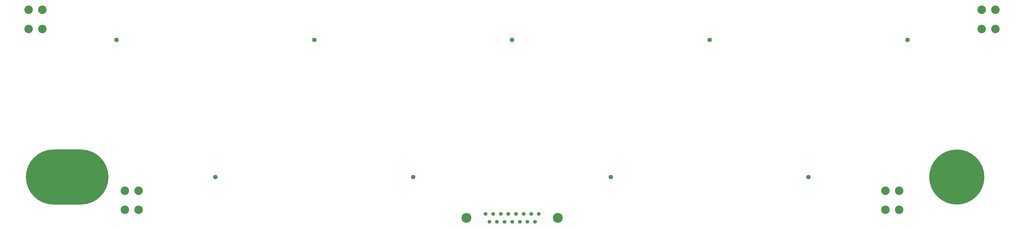
<source format=gbr>
%TF.GenerationSoftware,KiCad,Pcbnew,(5.1.6)-1*%
%TF.CreationDate,2022-08-08T14:05:23-07:00*%
%TF.ProjectId,NiCd Battery Shield - VP400KH,4e694364-2042-4617-9474-657279205368,1*%
%TF.SameCoordinates,Original*%
%TF.FileFunction,Soldermask,Top*%
%TF.FilePolarity,Negative*%
%FSLAX46Y46*%
G04 Gerber Fmt 4.6, Leading zero omitted, Abs format (unit mm)*
G04 Created by KiCad (PCBNEW (5.1.6)-1) date 2022-08-08 14:05:23*
%MOMM*%
%LPD*%
G01*
G04 APERTURE LIST*
%ADD10C,1.624000*%
%ADD11C,1.350000*%
%ADD12C,3.600000*%
%ADD13C,20.100000*%
%ADD14C,0.600000*%
%ADD15O,30.100000X20.100000*%
%ADD16C,3.100000*%
G04 APERTURE END LIST*
D10*
%TO.C,J4*%
X292000000Y-135000000D03*
%TD*%
D11*
%TO.C,J6*%
X228385000Y-201340000D03*
X225615000Y-201340000D03*
X222845000Y-201340000D03*
X220075000Y-201340000D03*
X217305000Y-201340000D03*
X214535000Y-201340000D03*
X211765000Y-201340000D03*
X229770000Y-198500000D03*
X227000000Y-198500000D03*
X224230000Y-198500000D03*
X221460000Y-198500000D03*
X218690000Y-198500000D03*
X215920000Y-198500000D03*
X213150000Y-198500000D03*
X210380000Y-198500000D03*
D12*
X236725000Y-199920000D03*
X203425000Y-199920000D03*
%TD*%
D10*
%TO.C,J3*%
X328000000Y-185000000D03*
%TD*%
D13*
%TO.C,J1*%
X382000000Y-185000000D03*
D14*
X382000000Y-178650000D03*
X379828172Y-179032952D03*
X377918299Y-180135618D03*
X376500739Y-181825000D03*
X375746471Y-183897334D03*
X375746471Y-186102666D03*
X376500739Y-188175000D03*
X377918299Y-189864382D03*
X379828172Y-190967048D03*
X382000000Y-191350000D03*
X384171828Y-190967048D03*
X386081701Y-189864382D03*
X387499261Y-188175000D03*
X388253529Y-186102666D03*
X388253529Y-183897334D03*
X387499261Y-181825000D03*
X386081701Y-180135618D03*
X384171828Y-179032952D03*
X382000000Y-177380000D03*
X379393807Y-177839542D03*
X377101958Y-179162741D03*
X375400886Y-181190000D03*
X374495765Y-183676801D03*
X374495765Y-186323199D03*
X375400886Y-188810000D03*
X377101958Y-190837259D03*
X379393807Y-192160458D03*
X382000000Y-192620000D03*
X384606193Y-192160458D03*
X386898042Y-190837259D03*
X388599114Y-188810000D03*
X389504235Y-186323199D03*
X389504235Y-183676801D03*
X388599114Y-181190000D03*
X386898042Y-179162741D03*
X384606193Y-177839542D03*
X382000000Y-176110000D03*
X378959441Y-176646133D03*
X376285618Y-178189865D03*
X374301034Y-180555000D03*
X373245059Y-183456268D03*
X373245059Y-186543732D03*
X374301034Y-189445000D03*
X376285618Y-191810135D03*
X378959441Y-193353867D03*
X382000000Y-193890000D03*
X385040559Y-193353867D03*
X387714382Y-191810135D03*
X389698966Y-189445000D03*
X390754941Y-186543732D03*
X390754941Y-183456268D03*
X389698966Y-180555000D03*
X387714382Y-178189865D03*
X385040559Y-176646133D03*
%TD*%
%TO.C,J12*%
X58000000Y-193650000D03*
X58000000Y-191110000D03*
X60500000Y-192380000D03*
X60500000Y-191110000D03*
X60500000Y-193650000D03*
X58000000Y-192380000D03*
X55500000Y-193650000D03*
X55500000Y-191110000D03*
X55500000Y-192380000D03*
X58000000Y-178400000D03*
X58000000Y-177130000D03*
X58000000Y-175860000D03*
X60500000Y-178400000D03*
X60500000Y-175860000D03*
X60500000Y-177130000D03*
X55500000Y-178400000D03*
X55500000Y-177130000D03*
X55500000Y-175860000D03*
X68714382Y-191560135D03*
X63000000Y-191100000D03*
X63000000Y-178400000D03*
X65606193Y-177589542D03*
X63000000Y-192370000D03*
X69599114Y-188560000D03*
X66040559Y-176396133D03*
X68714382Y-177939865D03*
X70698966Y-180305000D03*
X63000000Y-177130000D03*
X63000000Y-193640000D03*
X70504235Y-183426801D03*
X68499261Y-187925000D03*
X65171828Y-178782952D03*
X71754941Y-183206268D03*
X70698966Y-189195000D03*
X66040559Y-193103867D03*
X63000000Y-175860000D03*
X67898042Y-178912741D03*
X69599114Y-180940000D03*
X70504235Y-186073199D03*
X67081701Y-189614382D03*
X68499261Y-181575000D03*
X67081701Y-179885618D03*
X65606193Y-191910458D03*
X65171828Y-190717048D03*
X67898042Y-190587259D03*
X69253529Y-183647334D03*
X71754941Y-186293732D03*
X69253529Y-185852666D03*
X47285618Y-191560135D03*
X44245059Y-186293732D03*
X46400886Y-188560000D03*
X53000000Y-191100000D03*
X46746471Y-183647334D03*
X53000000Y-178400000D03*
X46400886Y-180940000D03*
X48918299Y-189614382D03*
X53000000Y-192370000D03*
X53000000Y-177130000D03*
X53000000Y-193640000D03*
X50828172Y-178782952D03*
X50393807Y-177589542D03*
X50828172Y-190717048D03*
X49959441Y-193103867D03*
X45301034Y-189195000D03*
X45301034Y-180305000D03*
X45495765Y-183426801D03*
X47500739Y-181575000D03*
X47285618Y-177939865D03*
X47500739Y-187925000D03*
X49959441Y-176396133D03*
X53000000Y-175860000D03*
X48101958Y-178912741D03*
X50393807Y-191910458D03*
X48101958Y-190587259D03*
X46746471Y-185852666D03*
X48918299Y-179885618D03*
X44245059Y-183206268D03*
X45495765Y-186073199D03*
D15*
X58000000Y-185000000D03*
%TD*%
D10*
%TO.C,J7*%
X220000000Y-135000000D03*
%TD*%
%TO.C,J11*%
X76000000Y-135000000D03*
%TD*%
%TO.C,J10*%
X112000000Y-185000000D03*
%TD*%
%TO.C,J9*%
X148000000Y-135000000D03*
%TD*%
%TO.C,J8*%
X184000000Y-185000000D03*
%TD*%
%TO.C,J5*%
X256000000Y-185000000D03*
%TD*%
%TO.C,J2*%
X364000000Y-135000000D03*
%TD*%
D16*
%TO.C,H1*%
X49000000Y-131000000D03*
X44000000Y-131000000D03*
X49000000Y-124000000D03*
X44000000Y-124000000D03*
%TD*%
%TO.C,H2*%
X84000000Y-197000000D03*
X79000000Y-197000000D03*
X84000000Y-190000000D03*
X79000000Y-190000000D03*
%TD*%
%TO.C,H3*%
X396000000Y-131000000D03*
X391000000Y-131000000D03*
X396000000Y-124000000D03*
X391000000Y-124000000D03*
%TD*%
%TO.C,H4*%
X361000000Y-197000000D03*
X356000000Y-197000000D03*
X361000000Y-190000000D03*
X356000000Y-190000000D03*
%TD*%
M02*

</source>
